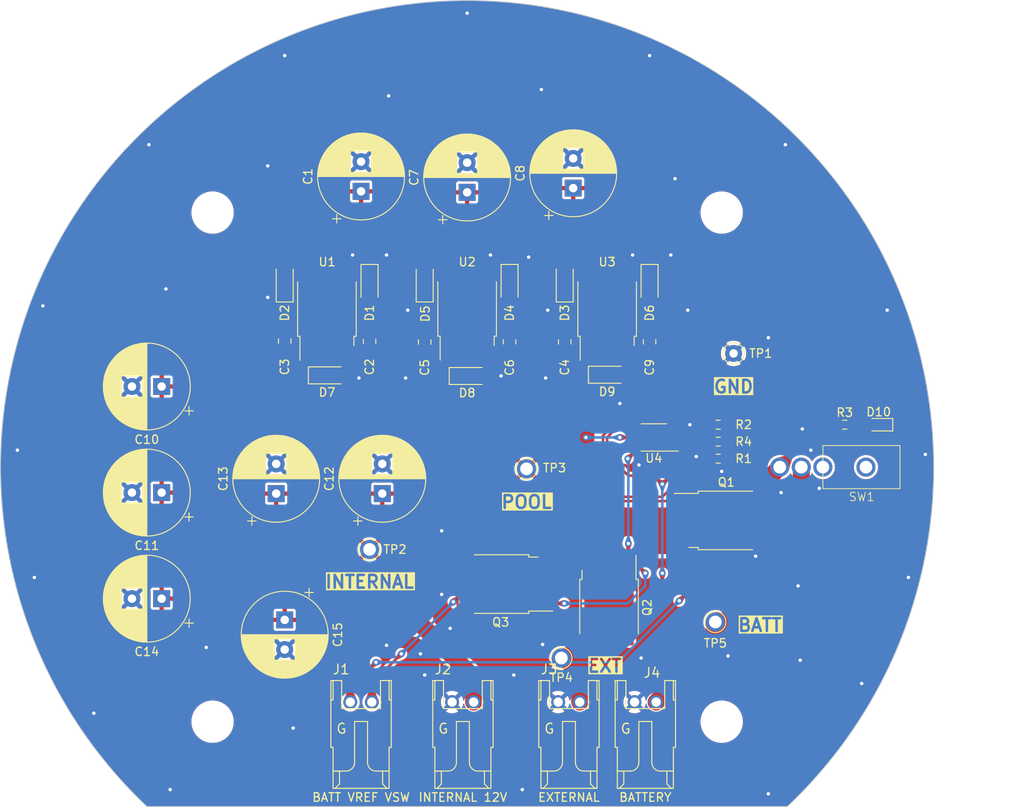
<source format=kicad_pcb>
(kicad_pcb (version 20221018) (generator pcbnew)
  (layers (0 "F.Cu" signal) (31 "B.Cu" signal) (34 "B.Paste" user) (35 "F.Paste" user) (36 "B.SilkS" user "B.Silkscreen") (37 "F.SilkS" user "F.Silkscreen") (38 "B.Mask" user) (39 "F.Mask" user) (44 "Edge.Cuts" user))
  (net 0 "")
  (net 1 "+VSW")
  (net 2 "Net-(D3-A)")
  (net 3 "Net-(D1-A)")
  (net 4 "+12V")
  (net 5 "GND")
  (net 6 "Net-(D5-A)")
  (net 7 "Net-(D4-A)")
  (net 8 "Net-(D8-A)")
  (net 9 "Net-(D7-A)")
  (net 10 "+BATT")
  (net 11 "+VDC")
  (net 13 "Net-(Q1-G)")
  (net 14 "Net-(Q1-S)")
  (net 15 "Net-(Q3-G)")
  (net 16 "Net-(U4-E1)")
  (net 17 "Net-(U4-H1)")
  (net 18 "Net-(J3-Pin_2)")
  (net 19 "Net-(D10-A)")
  (footprint "Package_TO_SOT_SMD:TO-252-2" (layer "F.Cu") (at 162.320492 117.489344 -90)
    (fp_text reference "Q2")
    (fp_text value "TJ8S06M3L")
  )
  (footprint "LED_SMD:LED_0603_1608Metric_Pad1.05x0.95mm_HandSolder" (layer "F.Cu") (at 194.100492 95.949344 180)
    (fp_text reference "D10")
    (fp_text value "RED")
  )
  (footprint "Package_TO_SOT_SMD:TO-252-2" (layer "F.Cu") (at 176.140492 107.229344)
    (fp_text reference "Q1")
    (fp_text value "TJ8S06M3L")
  )
  (footprint "Capacitor_THT:CP_Radial_D10.0mm_P3.50mm" (layer "F.Cu") (at 109.600492 116.449344 180)
    (fp_text reference "C14")
    (fp_text value "C")
  )
  (footprint "Package_TO_SOT_SMD:TO-252-2" (layer "F.Cu") (at 162.100492 82.219344 90)
    (fp_text reference "U3")
    (fp_text value "NJM7812SDL1")
  )
  (footprint "Capacitor_THT:CP_Radial_D10.0mm_P3.50mm" (layer "F.Cu") (at 158.100492 68.067021 90)
    (fp_text reference "C8")
    (fp_text value "C")
  )
  (footprint "Package_TO_SOT_SMD:TO-252-2" (layer "F.Cu") (at 129.075492 82.219344 90)
    (fp_text reference "U1")
    (fp_text value "NJM7812SDL1")
  )
  (footprint "Connector_Pin:Pin_D1.0mm_L10.0mm" (layer "F.Cu") (at 152.600492 101.149344)
    (fp_text reference "TP3")
    (fp_text value "TestPoint")
  )
  (footprint "Connector_Pin:Pin_D1.0mm_L10.0mm" (layer "F.Cu") (at 156.700492 123.449344)
    (fp_text reference "TP4")
    (fp_text value "TestPoint")
  )
  (footprint "Connector_Pin:Pin_D1.0mm_L10.0mm" (layer "F.Cu") (at 174.850492 119.199344)
    (fp_text reference "TP5")
    (fp_text value "TestPoint")
  )
  (footprint "MountingHole:MountingHole_4.5mm" (layer "F.Cu") (at 175.600492 130.949344)
    (fp_text reference "REF**" hide)
    (fp_text value "MountingHole_4.5mm" hide)
  )
  (footprint "Package_TO_SOT_SMD:TO-252-2" (layer "F.Cu") (at 149.560492 114.729344 180)
    (fp_text reference "Q3")
    (fp_text value "TJ8S06M3L")
  )
  (footprint "Resistor_SMD:R_0603_1608Metric_Pad0.98x0.95mm_HandSolder" (layer "F.Cu") (at 190.100492 95.949344)
    (fp_text reference "R3")
    (fp_text value "2kΩ")
  )
  (footprint "Capacitor_THT:CP_Radial_D10.0mm_P3.50mm" (layer "F.Cu") (at 124.100492 118.949344 -90)
    (fp_text reference "C15")
    (fp_text value "C")
  )
  (footprint "Hirose_Connector:Hirose_DF1B" (layer "F.Cu") (at 156.330492 128.639344)
    (fp_text reference "J3")
    (fp_text value "Conn_01x02_Pin")
  )
  (footprint "Capacitor_THT:CP_Radial_D10.0mm_P3.50mm" (layer "F.Cu") (at 145.600492 68.567021 90)
    (fp_text reference "C7")
    (fp_text value "C")
  )
  (footprint "Diode_SMD:D_SOD-123F" (layer "F.Cu") (at 124.100492 79.274344 90)
    (fp_text reference "D2")
    (fp_text value "1N4007")
  )
  (footprint "Capacitor_SMD:C_0805_2012Metric_Pad1.18x1.45mm_HandSolder" (layer "F.Cu") (at 150.600492 86.171844 90)
    (fp_text reference "C6")
    (fp_text value "0.1μF")
  )
  (footprint "Diode_SMD:D_SOD-123F" (layer "F.Cu") (at 140.600492 79.274344 90)
    (fp_text reference "D5")
    (fp_text value "1N4007")
  )
  (footprint "Hirose_Connector:Hirose_DF1B" (layer "F.Cu") (at 165.330492 128.639344)
    (fp_text reference "J4")
    (fp_text value "Conn_01x02_Pin")
  )
  (footprint "Resistor_SMD:R_0603_1608Metric_Pad0.98x0.95mm_HandSolder" (layer "F.Cu") (at 175.187992 97.949344 180)
    (fp_text reference "R4")
    (fp_text value "70kΩ")
  )
  (footprint "Capacitor_THT:CP_Radial_D10.0mm_P3.50mm" (layer "F.Cu") (at 133.100492 68.449344 90)
    (fp_text reference "C1")
    (fp_text value "C")
  )
  (footprint "Hirose_Connector:Hirose_DF1B" (layer "F.Cu") (at 131.830492 128.639344)
    (fp_text reference "J1")
    (fp_text value "Conn_01x02_Pin")
  )
  (footprint "Diode_SMD:D_SOD-123F" (layer "F.Cu") (at 150.600492 79.274344 -90)
    (fp_text reference "D4")
    (fp_text value "1N4007")
  )
  (footprint "Diode_SMD:D_SOD-123F" (layer "F.Cu") (at 157.100492 79.274344 90)
    (fp_text reference "D3")
    (fp_text value "1N4007")
  )
  (footprint "Hirose_Connector:Hirose_DF1B" (layer "F.Cu") (at 143.830492 128.639344)
    (fp_text reference "J2")
    (fp_text value "Conn_01x02_Pin")
  )
  (footprint "Diode_SMD:D_SOD-123F" (layer "F.Cu") (at 134.100492 79.274344 -90)
    (fp_text reference "D1")
    (fp_text value "1N4007")
  )
  (footprint "Capacitor_THT:CP_Radial_D10.0mm_P3.50mm" (layer "F.Cu") (at 109.600492 103.949344 180)
    (fp_text reference "C11")
    (fp_text value "C")
  )
  (footprint "Capacitor_SMD:C_0805_2012Metric_Pad1.18x1.45mm_HandSolder" (layer "F.Cu") (at 167.100492 86.181844 90)
    (fp_text reference "C9")
    (fp_text value "0.1μF")
  )
  (footprint "Diode_SMD:D_SOD-123F" (layer "F.Cu") (at 167.100492 79.274344 -90)
    (fp_text reference "D6")
    (fp_text value "1N4007")
  )
  (footprint "Connector_Pin:Pin_D1.0mm_L10.0mm" (layer "F.Cu") (at 134.100492 110.649344)
    (fp_text reference "TP2")
    (fp_text value "TestPoint")
  )
  (footprint "Capacitor_THT:CP_Radial_D10.0mm_P3.50mm" (layer "F.Cu") (at 123.100492 104.067021 90)
    (fp_text reference "C13")
    (fp_text value "C")
  )
  (footprint "2MS1T1B4M7QES:2MS1T1B4M7QES" (layer "F.Cu") (at 187.520492 100.949344 90)
    (fp_text reference "SW1")
    (fp_text value "SW_SPDT")
  )
  (footprint "Connector_Pin:Pin_D1.0mm_L10.0mm" (layer "F.Cu") (at 177.000492 87.549344)
    (fp_text reference "TP1")
    (fp_text value "TestPoint")
  )
  (footprint "Capacitor_SMD:C_0805_2012Metric_Pad1.18x1.45mm_HandSolder" (layer "F.Cu") (at 124.100492 86.096844 90)
    (fp_text reference "C3")
    (fp_text value "0.33μF")
  )
  (footprint "MountingHole:MountingHole_4.5mm" (layer "F.Cu") (at 115.600492 130.949344)
    (fp_text reference "REF**" hide)
    (fp_text value "MountingHole_4.5mm" hide)
  )
  (footprint "Capacitor_SMD:C_0805_2012Metric_Pad1.18x1.45mm_HandSolder" (layer "F.Cu") (at 134.100492 86.134344 90)
    (fp_text reference "C2")
    (fp_text value "0.1μF")
  )
  (footprint "Capacitor_SMD:C_0805_2012Metric_Pad1.18x1.45mm_HandSolder" (layer "F.Cu") (at 140.600492 86.209344 90)
    (fp_text reference "C5")
    (fp_text value "0.33μF")
  )
  (footprint "Diode_SMD:D_SOD-123F" (layer "F.Cu") (at 129.100492 90.134344)
    (fp_text reference "D7")
    (fp_text value "1N4007")
  )
  (footprint "Capacitor_SMD:C_0805_2012Metric_Pad1.18x1.45mm_HandSolder" (layer "F.Cu") (at 157.100492 86.181844 90)
    (fp_text reference "C4")
    (fp_text value "0.33μF")
  )
  (footprint "Package_TO_SOT_SMD:TO-252-2" (layer "F.Cu") (at 145.600492 82.209344 90)
    (fp_text reference "U2")
    (fp_text value "NJM7812SDL1")
  )
  (footprint "MountingHole:MountingHole_4.5mm" (layer "F.Cu") (at 115.600492 70.949344)
    (fp_text reference "REF**" hide)
    (fp_text value "MountingHole_4.5mm" hide)
  )
  (footprint "Diode_SMD:D_SOD-123F" (layer "F.Cu") (at 145.700492 90.209344)
    (fp_text reference "D8")
    (fp_text value "1N4007")
  )
  (footprint "Capacitor_THT:CP_Radial_D10.0mm_P3.50mm" (layer "F.Cu") (at 135.600492 104.067021 90)
    (fp_text reference "C12")
    (fp_text value "C")
  )
  (footprint "Resistor_SMD:R_0603_1608Metric_Pad0.98x0.95mm_HandSolder" (layer "F.Cu") (at 175.187992 99.949344 180)
    (fp_text reference "R1")
    (fp_text value "120kΩ")
  )
  (footprint "Diode_SMD:D_SOD-123F" (layer "F.Cu") (at 162.100492 90.059344)
    (fp_text reference "D9")
    (fp_text value "1N4007")
  )
  (footprint "Package_SO:MSOP-10-1EP_3x3mm_P0.5mm_EP1.73x1.98mm" (layer "F.Cu") (at 167.600492 97.449344 180)
    (fp_text reference "U4")
    (fp_text value "LTC4416EMS#PBF")
  )
  (footprint "Resistor_SMD:R_0603_1608Metric_Pad0.98x0.95mm_HandSolder" (layer "F.Cu") (at 175.187992 95.949344)
    (fp_text reference "R2")
    (fp_text value "10kΩ")
  )
  (footprint "MountingHole:MountingHole_4.5mm" (layer "F.Cu") (at 175.600492 70.949344)
    (fp_text reference "REF**" hide)
    (fp_text value "MountingHole_4.5mm" hide)
  )
  (footprint "Capacitor_THT:CP_Radial_D10.0mm_P3.50mm" (layer "F.Cu") (at 109.600492 91.449344 180)
    (fp_text reference "C10")
    (fp_text value "C")
  )
  (gr_arc (start 107.850492 140.949344) (mid 145.600492 45.948776) (end 183.350492 140.949344) (stroke (width 0.1)) (layer "Edge.Cuts"))
  (gr_line (start 183.350492 140.949344) (end 107.850492 140.949344) (stroke (width 0.1)) (layer "Edge.Cuts"))
  (gr_text "INTERNAL" (at 134.100492 115.349344) (layer "F.SilkS" knockout) (effects (font (size 1.5 1.5) (thickness 0.3) bold) (justify bottom)))
  (gr_text "EXTERNAL" (at 157.600492 140.449344) (layer "F.SilkS") (effects (font (size 1 1) (thickness 0.153)) (justify bottom)))
  (gr_text "BATTERY" (at 166.600492 140.449344) (layer "F.SilkS") (effects (font (size 1 1) (thickness 0.153)) (justify bottom)))
  (gr_text "EXT" (at 161.800492 125.249344) (layer "F.SilkS" knockout) (effects (font (size 1.5 1.5) (thickness 0.3) bold) (justify bottom)))
  (gr_text "BATT" (at 180.100492 120.449344) (layer "F.SilkS" knockout) (effects (font (size 1.5 1.5) (thickness 0.3) bold) (justify bottom)))
  (gr_text "INTERNAL 12V" (at 145.100492 140.449344) (layer "F.SilkS") (effects (font (size 1 1) (thickness 0.153)) (justify bottom)))
  (gr_text "BATT VREF VSW" (at 133.100492 140.449344) (layer "F.SilkS") (effects (font (size 1 1) (thickness 0.153)) (justify bottom)))
  (gr_text "GND" (at 177.000492 92.349344) (layer "F.SilkS" knockout) (effects (font (size 1.5 1.5) (thickness 0.3) bold) (justify bottom)))
  (gr_text "POOL" (at 152.600492 105.949344) (layer "F.SilkS" knockout) (effects (font (size 1.5 1.5) (thickness 0.3) bold) (justify bottom)))
  (segment (start 165.437992 97.449344) (end 163.600492 97.449344) (width 0.3) (layer "F.Cu") (net 1))
  (segment (start 144.545492 116.254344) (end 146.625492 116.254344) (width 0.3) (layer "F.Cu") (net 1))
  (segment (start 143.975492 116.824344) (end 144.545492 116.254344) (width 0.3) (layer "F.Cu") (net 1))
  (segment (start 134.370492 126.429344) (end 134.370492 128.639344) (width 0.3) (layer "F.Cu") (net 1))
  (segment (start 137.850492 122.949344) (end 134.370492 126.429344) (width 0.3) (layer "F.Cu") (net 1))
  (via (at 143.975492 116.824344) (size 0.8) (drill 0.4) (layers "F.Cu" "B.Cu") (net 1))
  (via (at 163.600492 97.449344) (size 0.8) (drill 0.4) (layers "F.Cu" "B.Cu") (net 1))
  (via (at 137.850492 122.949344) (size 0.8) (drill 0.4) (layers "F.Cu" "B.Cu") (net 1))
  (via (at 159.600492 97.449344) (size 0.8) (drill 0.4) (layers "F.Cu" "B.Cu") (net 1))
  (segment (start 143.975492 116.824344) (end 137.850492 122.949344) (width 0.3) (layer "B.Cu") (net 1))
  (segment (start 163.600492 97.449344) (end 159.600492 97.449344) (width 0.3) (layer "B.Cu") (net 1))
  (segment (start 167.100492 85.144344) (end 166.135492 85.144344) (width 1) (layer "F.Cu") (net 2))
  (segment (start 158.065492 85.144344) (end 160.575492 82.634344) (width 1) (layer "F.Cu") (net 2))
  (segment (start 157.100492 77.874344) (end 159.165492 77.874344) (width 1) (layer "F.Cu") (net 2))
  (segment (start 157.100492 85.144344) (end 158.065492 85.144344) (width 1) (layer "F.Cu") (net 2))
  (segment (start 166.135492 85.144344) (end 163.625492 82.634344) (width 1) (layer "F.Cu") (net 2))
  (segment (start 159.165492 77.874344) (end 160.575492 79.284344) (width 1) (layer "F.Cu") (net 2))
  (segment (start 167.100492 87.219344) (end 168.155492 87.219344) (width 2) (layer "F.Cu") (net 3))
  (segment (start 169.600492 82.274344) (end 168.000492 80.674344) (width 2) (layer "F.Cu") (net 3))
  (segment (start 169.600492 85.774344) (end 169.600492 82.274344) (width 2) (layer "F.Cu") (net 3))
  (segment (start 164.380492 89.179344) (end 163.500492 90.059344) (width 2) (layer "F.Cu") (net 3))
  (segment (start 167.100492 87.219344) (end 164.420492 87.219344) (width 2) (layer "F.Cu") (net 3))
  (segment (start 164.420492 87.219344) (end 164.380492 87.259344) (width 2) (layer "F.Cu") (net 3))
  (segment (start 168.000492 80.674344) (end 167.100492 80.674344) (width 2) (layer "F.Cu") (net 3))
  (segment (start 164.380492 87.259344) (end 164.380492 89.179344) (width 2) (layer "F.Cu") (net 3))
  (segment (start 168.155492 87.219344) (end 169.600492 85.774344) (width 2) (layer "F.Cu") (net 3))
  (segment (start 146.370492 125.719344) (end 140.100492 119.449344) (width 2) (layer "F.Cu") (net 4))
  (segment (start 167.100492 77.874344) (end 167.100492 73.949344) (width 2) (layer "F.Cu") (net 4))
  (segment (start 150.600492 77.874344) (end 150.600492 73.949344) (width 2) (layer "F.Cu") (net 4))
  (segment (start 146.370492 128.639344) (end 146.370492 125.719344) (width 2) (layer "F.Cu") (net 4))
  (segment (start 134.100492 77.874344) (end 134.100492 73.949344) (width 2) (layer "F.Cu") (net 4))
  (via (at 192.100492 126.449344) (size 0.8) (drill 0.4) (layers "F.Cu" "B.Cu") (net 5))
  (via (at 125.100492 131.699344) (size 0.8) (drill 0.4) (layers "F.Cu" "B.Cu") (net 5))
  (via (at 166.100492 123.449344) (size 0.8) (drill 0.4) (layers "F.Cu" "B.Cu") (net 5))
  (via (at 114.850492 122.199344) (size 0.8) (drill 0.4) (layers "F.Cu" "B.Cu") (net 5))
  (via (at 171.850492 95.949344) (size 0.8) (drill 0.4) (layers "F.Cu" "B.Cu") (net 5))
  (via (at 95.600492 81.949344) (size 0.8) (drill 0.4) (layers "F.Cu" "B.Cu") (net 5))
  (via (at 142.600492 108.449344) (size 0.8) (drill 0.4) (layers "F.Cu" "B.Cu") (net 5))
  (via (at 92.600492 98.949344) (size 0.8) (drill 0.4) (layers "F.Cu" "B.Cu") (net 5))
  (via (at 154.850492 90.449344) (size 0.8) (drill 0.4) (layers "F.Cu" "B.Cu") (net 5))
  (via (at 138.350492 90.449344) (size 0.8) (drill 0.4) (layers "F.Cu" "B.Cu") (net 5))
  (via (at 132.850492 90.449344) (size 0.8) (drill 0.4) (layers "F.Cu" "B.Cu") (net 5))
  (via (at 182.600492 103.949344) (size 0.8) (drill 0.4) (layers "F.Cu" "B.Cu") (net 5))
  (via (at 176.350492 123.199344) (size 0.8) (drill 0.4) (layers "F.Cu" "B.Cu") (net 5))
  (via (at 136.100492 75.949344) (size 0.8) (drill 0.4) (layers "F.Cu" "B.Cu") (net 5))
  (via (at 187.100492 103.449344) (size 0.8) (drill 0.4) (layers "F.Cu" "B.Cu") (net 5))
  (via (at 149.600492 90.199344) (size 0.8) (drill 0.4) (layers "F.Cu" "B.Cu") (net 5))
  (via (at 108.100492 62.949344) (size 0.8) (drill 0.4) (layers "F.Cu" "B.Cu") (net 5))
  (via (at 165.100492 75.949344) (size 0.8) (drill 0.4) (layers "F.Cu" "B.Cu") (net 5))
  (via (at 154.350492 56.449344) (size 0.8) (drill 0.4) (layers "F.Cu" "B.Cu") (net 5))
  (via (at 186.100492 98.949344) (size 0.8) (drill 0.4) (layers "F.Cu" "B.Cu") (net 5))
  (via (at 165.850492 100.699344) (size 0.8) (drill 0.4) (layers "F.Cu" "B.Cu") (net 5))
  (via (at 145.600492 47.449344) (size 0.8) (drill 0.4) (layers "F.Cu" "B.Cu") (net 5))
  (via (at 110.600492 138.949344) (size 0.8) (drill 0.4) (layers "F.Cu" "B.Cu") (net 5))
  (via (at 122.100492 65.449344) (size 0.8) (drill 0.4) (layers "F.Cu" "B.Cu") (net 5))
  (via (at 170.100492 66.949344) (size 0.8) (drill 0.4) (layers "F.Cu" "B.Cu") (net 5))
  (via (at 171.600492 82.449344) (size 0.8) (drill 0.4) (layers "F.Cu" "B.Cu") (net 5))
  (via (at 152.100492 138.949344) (size 0.8) (drill 0.4) (layers "F.Cu" "B.Cu") (net 5))
  (via (at 143.600492 119.949344) (size 0.8) (drill 0.4) (layers "F.Cu" "B.Cu") (net 5))
  (via (at 167.100492 52.449344) (size 0.8) (drill 0.4) (layers "F.Cu" "B.Cu") (net 5))
  (via (at 183.100492 62.949344) (size 0.8) (drill 0.4) (layers "F.Cu" "B.Cu") (net 5))
  (via (at 179.600492 111.449344) (size 0.8) (drill 0.4) (layers "F.Cu" "B.Cu") (net 5))
  (via (at 184.850492 123.699344) (size 0.8) (drill 0.4) (layers "F.Cu" "B.Cu") (net 5))
  (via (at 181.100492 139.449344) (size 0.8) (drill 0.4) (layers "F.Cu" "B.Cu") (net 5))
  (via (at 152.850492 76.199344) (size 0.8) (drill 0.4) (layers "F.Cu" "B.Cu") (net 5))
  (via (at 122.100492 80.949344) (size 0.8) (drill 0.4) (layers "F.Cu" "B.Cu") (net 5))
  (via (at 136.350492 57.199344) (size 0.8) (drill 0.4) (layers "F.Cu" "B.Cu") (net 5))
  (via (at 199.600492 99.449344) (size 0.8) (drill 0.4) (layers "F.Cu" "B.Cu") (net 5))
  (via (at 136.100492 121.949344) (size 0.8) (drill 0.4) (layers "F.Cu" "B.Cu") (net 5))
  (via (at 138.600492 82.449344) (size 0.8) (drill 0.4) (layers "F.Cu" "B.Cu") (net 5))
  (via (at 154.500492 121.849344) (size 0.8) (drill 0.4) (layers "F.Cu" "B.Cu") (net 5))
  (via (at 172.600492 99.699344) (size 0.8) (drill 0.4) (layers "F.Cu" "B.Cu") (net 5))
  (via (at 197.600492 113.949344) (size 0.8) (drill 0.4) (layers "F.Cu" "B.Cu") (net 5))
  (via (at 140.600492 125.449344) (size 0.8) (drill 0.4) (layers "F.Cu" "B.Cu") (net 5))
  (via (at 132.100492 75.949344) (size 0.8) (drill 0.4) (layers "F.Cu" "B.Cu") (net 5))
  (via (at 163.600492 93.449344) (size 0.8) (drill 0.4) (layers "F.Cu" "B.Cu") (net 5))
  (via (at 181.100492 85.699344) (size 0.8) (drill 0.4) (layers "F.Cu" "B.Cu") (net 5))
  (via (at 175.600492 101.449344) (size 0.8) (drill 0.4) (layers "F.Cu" "B.Cu") (net 5))
  (via (at 94.600492 113.949344) (size 0.8) (drill 0.4) (layers "F.Cu" "B.Cu") (net 5))
  (via (at 101.600492 129.949344) (size 0.8) (drill 0.4) (layers "F.Cu" "B.Cu") (net 5))
  (via (at 195.100492 82.449344) (size 0.8) (drill 0.4) (layers "F.Cu" "B.Cu") (net 5))
  (via (at 140.100492 122.949344) (size 0.8) (drill 0.4) (layers "F.Cu" "B.Cu") (net 5))
  (via (at 184.600492 114.949344) (size 0.8) (drill 0.4) (layers "F.Cu" "B.Cu") (net 5))
  (via (at 124.100492 52.449344) (size 0.8) (drill 0.4) (layers "F.Cu" "B.Cu") (net 5))
  (via (at 142.600492 115.949344) (size 0.8) (drill 0.4) (layers "F.Cu" "B.Cu") (net 5))
  (via (at 155.100492 82.449344) (size 0.8) (drill 0.4) (layers "F.Cu" "B.Cu") (net 5))
  (via (at 110.100492 79.949344) (size 0.8) (drill 0.4) (layers "F.Cu" "B.Cu") (net 5))
  (via (at 148.350492 75.949344) (size 0.8) (drill 0.4) (layers "F.Cu" "B.Cu") (net 5))
  (via (at 169.600492 75.949344) (size 0.8) (drill 0.4) (layers "F.Cu" "B.Cu") (net 5))
  (via (at 151.100492 125.449344) (size 0.8) (drill 0.4) (layers "F.Cu" "B.Cu") (net 5))
  (via (at 185.100492 96.449344) (size 0.8) (drill 0.4) (layers "F.Cu" "B.Cu") (net 5))
  (segment (start 140.600492 77.874344) (end 142.675492 77.874344) (width 1) (layer "F.Cu") (net 6))
  (segment (start 150.600492 85.134344) (end 149.635492 85.134344) (width 1) (layer "F.Cu") (net 6))
  (segment (start 142.675492 77.874344) (end 144.075492 79.274344) (width 1) (layer "F.Cu") (net 6))
  (segment (start 149.635492 85.134344) (end 147.125492 82.624344) (width 1) (layer "F.Cu") (net 6))
  (segment (start 140.600492 85.171844) (end 141.527992 85.171844) (width 1) (layer "F.Cu") (net 6))
  (segment (start 141.527992 85.171844) (end 144.075492 82.624344) (width 1) (layer "F.Cu") (net 6))
  (segment (start 151.665492 87.209344) (end 153.100492 85.774344) (width 2) (layer "F.Cu") (net 7))
  (segment (start 151.500492 80.674344) (end 150.600492 80.674344) (width 2) (layer "F.Cu") (net 7))
  (segment (start 153.100492 85.774344) (end 153.100492 82.274344) (width 2) (layer "F.Cu") (net 7))
  (segment (start 150.600492 87.209344) (end 151.665492 87.209344) (width 2) (layer "F.Cu") (net 7))
  (segment (start 147.880492 89.429344) (end 147.100492 90.209344) (width 2) (layer "F.Cu") (net 7))
  (segment (start 150.600492 87.209344) (end 147.920492 87.209344) (width 2) (layer "F.Cu") (net 7))
  (segment (start 147.880492 87.249344) (end 147.880492 89.429344) (width 2) (layer "F.Cu") (net 7))
  (segment (start 153.100492 82.274344) (end 151.500492 80.674344) (width 2) (layer "F.Cu") (net 7))
  (segment (start 147.920492 87.209344) (end 147.880492 87.249344) (width 2) (layer "F.Cu") (net 7))
  (segment (start 124.100492 85.059344) (end 125.125492 85.059344) (width 1) (layer "F.Cu") (net 8))
  (segment (start 125.125492 85.059344) (end 127.550492 82.634344) (width 1) (layer "F.Cu") (net 8))
  (segment (start 124.100492 77.874344) (end 126.140492 77.874344) (width 1) (layer "F.Cu") (net 8))
  (segment (start 133.062992 85.096844) (end 130.600492 82.634344) (width 1) (layer "F.Cu") (net 8))
  (segment (start 126.140492 77.874344) (end 127.550492 79.284344) (width 1) (layer "F.Cu") (net 8))
  (segment (start 134.100492 85.096844) (end 133.062992 85.096844) (width 1) (layer "F.Cu") (net 8))
  (segment (start 131.355492 87.259344) (end 134.012992 87.259344) (width 2) (layer "F.Cu") (net 9))
  (segment (start 136.600492 85.774344) (end 136.600492 82.274344) (width 2) (layer "F.Cu") (net 9))
  (segment (start 131.355492 89.279344) (end 130.500492 90.134344) (width 2) (layer "F.Cu") (net 9))
  (segment (start 134.012992 87.259344) (end 134.100492 87.171844) (width 2) (layer "F.Cu") (net 9))
  (segment (start 134.100492 87.171844) (end 135.202992 87.171844) (width 2) (layer "F.Cu") (net 9))
  (segment (start 135.202992 87.171844) (end 136.600492 85.774344) (width 2) (layer "F.Cu") (net 9))
  (segment (start 131.355492 87.259344) (end 131.355492 89.279344) (width 2) (layer "F.Cu") (net 9))
  (segment (start 136.600492 82.274344) (end 135.000492 80.674344) (width 2) (layer "F.Cu") (net 9))
  (segment (start 135.000492 80.674344) (end 134.100492 80.674344) (width 2) (layer "F.Cu") (net 9))
  (segment (start 131.830492 126.969344) (end 134.850492 123.949344) (width 0.3) (layer "F.Cu") (net 10))
  (segment (start 177.400492 105.989344) (end 180.020492 103.369344) (width 2) (layer "F.Cu") (net 10))
  (segment (start 170.100492 102.949344) (end 179.600492 102.949344) (width 0.3) (layer "F.Cu") (net 10))
  (segment (start 168.600492 104.449344) (end 170.100492 102.949344) (width 0.3) (layer "F.Cu") (net 10))
  (segment (start 163.100492 96.449344) (end 162.100492 97.449344) (width 0.3) (layer "F.Cu") (net 10))
  (segment (start 162.807598 104.449344) (end 168.600492 104.449344) (width 0.3) (layer "F.Cu") (net 10))
  (segment (start 170.600492 116.699344) (end 175.725492 111.574344) (width 0.3) (layer "F.Cu") (net 10))
  (segment (start 175.725492 111.574344) (end 175.725492 108.754344) (width 0.3) (layer "F.Cu") (net 10))
  (segment (start 131.830492 128.639344) (end 131.830492 126.969344) (width 0.3) (layer "F.Cu") (net 10))
  (segment (start 162.100492 103.742238) (end 162.807598 104.449344) (width 0.3) (layer "F.Cu") (net 10))
  (segment (start 187.440492 95.949344) (end 189.187992 95.949344) (width 0.3) (layer "F.Cu") (net 10))
  (segment (start 163.893386 96.449344) (end 163.100492 96.449344) (width 0.3) (layer "F.Cu") (net 10))
  (segment (start 182.440492 100.949344) (end 187.440492 95.949344) (width 0.3) (layer "F.Cu") (net 10))
  (segment (start 179.600492 102.949344) (end 180.020492 103.369344) (width 0.3) (layer "F.Cu") (net 10))
  (segment (start 162.100492 97.449344) (end 162.100492 103.742238) (width 0.3) (layer "F.Cu") (net 10))
  (segment (start 164.393386 96.949344) (end 163.893386 96.449344) (width 0.3) (layer "F.Cu") (net 10))
  (segment (start 165.437992 96.949344) (end 164.393386 96.949344) (width 0.3) (layer "F.Cu") (net 10))
  (segment (start 180.020492 103.369344) (end 182.440492 100.949344) (width 2) (layer "F.Cu") (net 10))
  (via (at 134.850492 123.949344) (size 0.8) (drill 0.4) (layers "F.Cu" "B.Cu") (net 10))
  (via (at 170.600492 116.699344) (size 0.8) (drill 0.4) (layers "F.Cu" "B.Cu") (net 10))
  (segment (start 163.350492 123.949344) (end 170.600492 116.699344) (width 0.3) (layer "B.Cu") (net 10))
  (segment (start 134.850492 123.949344) (end 163.350492 123.949344) (width 0.3) (layer "B.Cu") (net 10))
  (segment (start 169.600492 101.949344) (end 173.100492 101.949344) (width 0.3) (layer "F.Cu") (net 11))
  (segment (start 168.600492 102.949344) (end 167.600492 101.949344) (width 0.3) (layer "F.Cu") (net 11))
  (segment (start 163.600492 98.948303) (end 164.599451 97.949344) (width 0.3) (layer "F.Cu") (net 11))
  (segment (start 164.599451 97.949344) (end 165.437992 97.949344) (width 0.3) (layer "F.Cu") (net 11))
  (segment (start 168.600492 102.949344) (end 169.600492 101.949344) (width 0.3) (layer "F.Cu") (net 11))
  (segment (start 163.600492 100.949344) (end 163.600492 98.948303) (width 0.3) (layer "F.Cu") (net 11))
  (segment (start 158.870492 122.199344) (end 162.320492 118.749344) (width 2) (layer "F.Cu") (net 11))
  (segment (start 166.800492 118.749344) (end 162.320492 118.749344) (width 0.3) (layer "F.Cu") (net 11))
  (segment (start 164.600492 101.949344) (end 163.600492 100.949344) (width 0.3) (layer "F.Cu") (net 11))
  (segment (start 174.275492 99.949344) (end 174.275492 100.774344) (width 0.3) (layer "F.Cu") (net 11))
  (segment (start 167.600492 101.949344) (end 164.600492 101.949344) (width 0.3) (layer "F.Cu") (net 11))
  (segment (start 168.600492 113.449344) (end 168.600492 116.949344) (width 0.3) (layer "F.Cu") (net 11))
  (segment (start 174.275492 100.774344) (end 173.100492 101.949344) (width 0.3) (layer "F.Cu") (net 11))
  (segment (start 168.600492 116.949344) (end 166.800492 118.749344) (width 0.3) (layer "F.Cu") (net 11))
  (segment (start 158.870492 128.639344) (end 158.870492 122.199344) (width 2) (layer "F.Cu") (net 11))
  (via (at 168.600492 102.949344) (size 0.8) (drill 0.4) (layers "F.Cu" "B.Cu") (net 11))
  (via (at 168.600492 113.449344) (size 0.8) (drill 0.4) (layers "F.Cu" "B.Cu") (net 11))
  (segment (start 168.600492 113.449344) (end 168.600492 102.949344) (width 0.3) (layer "B.Cu") (net 11))
  (segment (start 165.437992 99.036844) (end 165.437992 98.449344) (width 0.3) (layer "F.Cu") (net 13))
  (segment (start 165.600492 112.449344) (end 166.600492 113.449344) (width 0.3) (layer "F.Cu") (net 13))
  (segment (start 164.600492 112.449344) (end 165.600492 112.449344) (width 0.3) (layer "F.Cu") (net 13))
  (segment (start 164.600492 109.949344) (end 164.600492 112.449344) (width 0.3) (layer "F.Cu") (net 13))
  (segment (start 164.530492 99.944344) (end 165.437992 99.036844) (width 0.3) (layer "F.Cu") (net 13))
  (segment (start 157.040492 117.009344) (end 154.600492 117.009344) (width 0.3) (layer "F.Cu") (net 13))
  (via (at 164.600492 109.949344) (size 0.8) (drill 0.4) (layers "F.Cu" "B.Cu") (net 13))
  (via (at 164.530492 99.944344) (size 0.8) (drill 0.4) (layers "F.Cu" "B.Cu") (net 13))
  (via (at 166.600492 113.449344) (size 0.8) (drill 0.4) (layers "F.Cu" "B.Cu") (net 13))
  (via (at 157.040492 117.009344) (size 0.8) (drill 0.4) (layers "F.Cu" "B.Cu") (net 13))
  (segment (start 164.600492 109.949344) (end 164.600492 100.014344) (width 0.3) (layer "B.Cu") (net 13))
  (segment (start 164.540492 117.009344) (end 166.600492 114.949344) (width 0.3) (layer "B.Cu") (net 13))
  (segment (start 166.600492 114.949344) (end 166.600492 113.449344) (width 0.3) (layer "B.Cu") (net 13))
  (segment (start 157.040492 117.009344) (end 164.540492 117.009344) (width 0.3) (layer "B.Cu") (net 13))
  (segment (start 164.600492 100.014344) (end 164.530492 99.944344) (width 0.3) (layer "B.Cu") (net 13))
  (segment (start 160.040492 112.449344) (end 154.600492 112.449344) (width 2) (layer "F.Cu") (net 14))
  (segment (start 161.600492 103.949344) (end 162.600492 104.949344) (width 0.3) (layer "F.Cu") (net 15))
  (segment (start 161.600492 97.242238) (end 161.600492 103.949344) (width 0.3) (layer "F.Cu") (net 15))
  (segment (start 164.600492 96.449344) (end 164.100492 95.949344) (width 0.3) (layer "F.Cu") (net 15))
  (segment (start 162.600492 104.949344) (end 171.100492 104.949344) (width 0.3) (layer "F.Cu") (net 15))
  (segment (start 164.100492 95.949344) (end 162.893386 95.949344) (width 0.3) (layer "F.Cu") (net 15))
  (segment (start 162.893386 95.949344) (end 161.600492 97.242238) (width 0.3) (layer "F.Cu") (net 15))
  (segment (start 165.437992 96.449344) (end 164.600492 96.449344) (width 0.3) (layer "F.Cu") (net 15))
  (segment (start 176.100492 95.949344) (end 176.100492 95.361844) (width 0.3) (layer "F.Cu") (net 16))
  (segment (start 173.100492 95.449344) (end 173.100492 96.949344) (width 0.3) (layer "F.Cu") (net 16))
  (segment (start 176.100492 95.949344) (end 176.100492 97.949344) (width 0.3) (layer "F.Cu") (net 16))
  (segment (start 172.100492 97.949344) (end 169.762992 97.949344) (width 0.3) (layer "F.Cu") (net 16))
  (segment (start 173.600492 94.949344) (end 173.100492 95.449344) (width 0.3) (layer "F.Cu") (net 16))
  (segment (start 175.687992 94.949344) (end 173.600492 94.949344) (width 0.3) (layer "F.Cu") (net 16))
  (segment (start 176.100492 97.949344) (end 176.100492 99.949344) (width 0.3) (layer "F.Cu") (net 16))
  (segment (start 176.100492 95.361844) (end 175.687992 94.949344) (width 0.3) (layer "F.Cu") (net 16))
  (segment (start 173.100492 96.949344) (end 172.100492 97.949344) (width 0.3) (layer "F.Cu") (net 16))
  (segment (start 174.275492 97.949344) (end 173.775492 98.449344) (width 0.3) (layer "F.Cu") (net 17))
  (segment (start 173.775492 98.449344) (end 169.762992 98.449344) (width 0.3) (layer "F.Cu") (net 17))
  (segment (start 184.980492 111.529344) (end 184.980492 100.949344) (width 2) (layer "F.Cu") (net 18))
  (segment (start 167.870492 128.639344) (end 172.080492 124.429344) (width 2) (layer "F.Cu") (net 18))
  (segment (start 172.100492 124.409344) (end 172.080492 124.429344) (width 2) (layer "F.Cu") (net 18))
  (segment (start 172.080492 124.429344) (end 184.980492 111.529344) (width 2) (layer "F.Cu") (net 18))
  (segment (start 191.012992 95.949344) (end 193.225492 95.949344) (width 0.3) (layer "F.Cu") (net 19))
  (zone (net 18) (net_name "Net-(J3-Pin_2)") (layer "F.Cu") (priority 3) (connect_pads yes (clearance 0.3)) (min_thickness 0.127) (fill yes (thermal_gap 0.5) (thermal_bridge_width 0.5))
    (polygon (pts (xy 174.000492 118.449344) (xy 173.716246 119.198142) (xy 173.700492 121.749344) (xy 177.400492 118.049344) (xy 174.800492 118.049344)))
  )
  (zone (net 4) (net_name "+12V") (layer "F.Cu") (priority 2) (connect_pads (clearance 0.5)) (min_thickness 0.25) (fill yes (thermal_gap 0.5) (thermal_bridge_width 0.5))
    (polygon (pts (xy 108.100492 119.449344) (xy 109.100492 120.449344) (xy 140.100492 120.449344) (xy 141.100492 119.449344) (xy 141.100492 103.449344) (xy 140.100492 102.449344) (xy 122.100492 102.449344) (xy 121.100492 101.449344) (xy 121.100492 77.449344) (xy 123.600492 74.949344) (xy 168.100492 74.949344) (xy 169.100492 73.949344) (xy 169.100492 67.949344) (xy 168.100492 66.949344) (xy 123.100492 66.949344) (xy 108.100492 84.949344)))
  )
  (zone (net 11) (net_name "+VDC") (layer "F.Cu") (priority 4) (connect_pads yes (clearance 0.3)) (min_thickness 0.127) (fill yes (thermal_gap 0.5) (thermal_bridge_width 0.5))
    (polygon (pts (xy 155.500492 123.449344) (xy 156.700492 124.549344) (xy 158.000492 125.849344) (xy 158.000492 121.849344) (xy 156.700492 122.349344)))
  )
  (zone (net 0) (net_name "") (layer "F.Cu") (connect_pads (clearance 0)) (min_thickness 0.127)
    (keepout (tracks allowed) (vias allowed) (pads allowed) (copperpour not_allowed) (footprints allowed))
    (fill (thermal_gap 0.5) (thermal_bridge_width 0.5))
    (polygon (pts (xy 131.850492 77.699344) (xy 135.350492 77.699344) (xy 135.350492 79.699344) (xy 131.850492 79.699344)))
  )
  (zone (net 1) (net_name "+VSW") (layer "F.Cu") (priority 1) (connect_pads (clearance 0.5)) (min_thickness 0.25) (fill yes (thermal_gap 0.5) (thermal_bridge_width 0.5))
    (polygon (pts (xy 122.850492 85.949344) (xy 129.100492 85.949344) (xy 129.100492 91.449344) (xy 139.350492 91.449344) (xy 139.350492 86.199344) (xy 145.600492 86.199344) (xy 145.600492 91.449344) (xy 155.850492 91.449344) (xy 155.850492 86.199344) (xy 162.100492 86.199344) (xy 162.100492 95.449344) (xy 160.600492 96.699344) (xy 160.600492 103.949344) (xy 162.600492 105.699344) (xy 169.350492 105.699344) (xy 172.600492 108.949344) (xy 172.600492 111.199344) (xy 166.850492 111.199344) (xy 165.358713 109.199344) (xy 154.100492 109.199344) (xy 152.350492 110.949344) (xy 152.350492 118.699344) (xy 144.350492 118.699344) (xy 144.350492 102.199344) (xy 137.850492 96.199344) (xy 124.100492 96.199344) (xy 122.850492 94.699344)))
  )
  (zone (net 0) (net_name "") (layer "F.Cu") (connect_pads (clearance 0)) (min_thickness 0.127)
    (keepout (tracks allowed) (vias allowed) (pads allowed) (copperpour not_allowed) (footprints allowed))
    (fill (thermal_gap 0.5) (thermal_bridge_width 0.5))
    (polygon (pts (xy 164.600492 77.699344) (xy 168.100492 77.699344) (xy 168.100492 79.699344) (xy 164.600492 79.699344)))
  )
  (zone (net 0) (net_name "") (layer "F.Cu") (connect_pads (clearance 0)) (min_thickness 0.127)
    (keepout (tracks allowed) (vias allowed) (pads allowed) (copperpour not_allowed) (footprints allowed))
    (fill (thermal_gap 0.5) (thermal_bridge_width 0.5))
    (polygon (pts (xy 148.350492 77.699344) (xy 151.850492 77.699344) (xy 151.850492 79.699344) (xy 148.350492 79.699344)))
  )
  (zone (net 5) (net_name "GND") (layers "F&B.Cu") (connect_pads (clearance 0.3)) (min_thickness 0.127) (fill yes (thermal_gap 0.5) (thermal_bridge_width 0.5))
    (polygon (pts (xy 147.075624 45.918543) (xy 148.549698 45.977831) (xy 150.021653 46.076597) (xy 151.490433 46.21477) (xy 152.954983 46.39225) (xy 154.414251 46.608911) (xy 155.86719 46.864596) (xy 157.312756 47.159123) (xy 158.749911 47.492279) (xy 160.177622 47.863825) (xy 161.594865 48.273495) (xy 163.000621 48.720994) (xy 164.393882 49.206001) (xy 165.773646 49.728168) (xy 167.138922 50.287119) (xy 168.488731 50.882453) (xy 169.822102 51.513743) (xy 171.138079 52.180535) (xy 172.435716 52.882351) (xy 173.714081 53.618686) (xy 174.972256 54.389012) (xy 176.209338 55.192775) (xy 177.424438 56.029398) (xy 178.616683 56.898281) (xy 179.785218 57.798799) (xy 180.929203 58.730306) (xy 182.047817 59.692132) (xy 183.140256 60.683587) (xy 184.205736 61.703959) (xy 185.243491 62.752516) (xy 186.252776 63.828503) (xy 187.232867 64.931149) (xy 188.18306 66.059662) (xy 189.102672 67.21323) (xy 189.991043 68.391026) (xy 190.847534 69.592205) (xy 191.671532 70.815902) (xy 192.462443 72.061239) (xy 193.2197 73.327323) (xy 193.94276 74.613244) (xy 194.631102 75.918077) (xy 195.284233 77.240887) (xy 195.901683 78.580724) (xy 196.48301 79.936624) (xy 197.027795 81.307615) (xy 197.535648 82.692711) (xy 198.006203 84.090919) (xy 198.439123 85.501233) (xy 198.834097 86.922642) (xy 199.190841 88.354124) (xy 199.509099 89.794651) (xy 199.788642 91.243189) (xy 200.02927 92.698697) (xy 200.23081 94.160131) (xy 200.393117 95.62644) (xy 200.516074 97.096572) (xy 200.599594 98.569471) (xy 200.643616 100.044079) (xy 200.648109 101.519337) (xy 200.613069 102.994185) (xy 200.538522 104.467566) (xy 200.424521 105.938419) (xy 200.271148 107.40569) (xy 200.078513 108.868324) (xy 199.846755 110.325271) (xy 199.576039 111.775484) (xy 199.266561 113.217923) (xy 198.918543 114.651551) (xy 198.532234 116.075339) (xy 198.107912 117.488264) (xy 197.645882 118.889312) (xy 197.146475 120.277476) (xy 196.61005 121.651759) (xy 196.036993 123.011175) (xy 195.427715 124.354748) (xy 194.782653 125.681511) (xy 194.102271 126.990513) (xy 193.387057 128.280814) (xy 192.637525 129.551487) (xy 191.854213 130.801618) (xy 191.037685 132.030312) (xy 190.188525 133.236684) (xy 189.307345 134.419869) (xy 188.394776 135.579018) (xy 187.451474 136.713297) (xy 186.478117 137.821892) (xy 185.475404 138.904007) (xy 184.444055 139.958864) (xy 183.38481 140.985707) (xy 183.356882 140.998934) (xy 183.353168 140.998235) (xy 183.350492 140.999344) (xy 107.850492 140.999344) (xy 107.847815 140.998235) (xy 107.844102 140.998934) (xy 107.816174 140.985707) (xy 106.756929 139.958864) (xy 105.72558 138.904007) (xy 104.722867 137.821892) (xy 103.74951 136.713297) (xy 102.806208 135.579018) (xy 101.893639 134.419869) (xy 101.012459 133.236684) (xy 100.163299 132.030312) (xy 99.346771 130.801618) (xy 98.563459 129.551487) (xy 97.813927 128.280814) (xy 97.098713 126.990513) (xy 96.418331 125.681511) (xy 95.773269 124.354748) (xy 95.163991 123.011175) (xy 94.590934 121.651759) (xy 94.054509 120.277476) (xy 93.555102 118.889312) (xy 93.093072 117.488264) (xy 92.66875 116.075339) (xy 92.282441 114.651551) (xy 91.934423 113.217923) (xy 91.624945 111.775484) (xy 91.354229 110.325271) (xy 91.122471 108.868324) (xy 90.929836 107.40569) (xy 90.776463 105.938419) (xy 90.662462 104.467566) (xy 90.587915 102.994185) (xy 90.552875 101.519337) (xy 90.557368 100.044079) (xy 90.60139 98.569471) (xy 90.68491 97.096572) (xy 90.807867 95.62644) (xy 90.970174 94.160131) (xy 91.171714 92.698697) (xy 91.412342 91.243189) (xy 91.691885 89.794651) (xy 92.010143 88.354124) (xy 92.366887 86.922642) (xy 92.761861 85.501233) (xy 93.194781 84.090919) (xy 93.665336 82.692711) (xy 94.173189 81.307615) (xy 94.717974 79.936624) (xy 95.299301 78.580724) (xy 95.916751 77.240887) (xy 96.569882 75.918077) (xy 97.258224 74.613244) (xy 97.981284 73.327323) (xy 98.738541 72.061239) (xy 99.529452 70.815902) (xy 100.35345 69.592205) (xy 101.209941 68.391026) (xy 102.098312 67.21323) (xy 103.017924 66.059662) (xy 103.968117 64.931149) (xy 104.948208 63.828503) (xy 105.957493 62.752516) (xy 106.995248 61.703959) (xy 108.060728 60.683587) (xy 109.153167 59.692132) (xy 110.271781 58.730306) (xy 111.415766 57.798799) (xy 112.584301 56.898281) (xy 113.776546 56.029398) (xy 114.991646 55.192775) (xy 116.228728 54.389012) (xy 117.486903 53.618686) (xy 118.765268 52.882351) (xy 120.062905 52.180535) (xy 121.378882 51.513743) (xy 122.712253 50.882453) (xy 124.062062 50.287119) (xy 125.427338 49.728168) (xy 126.807102 49.206001) (xy 128.200363 48.720994) (xy 129.606119 48.273495) (xy 131.023362 47.863825) (xy 132.451073 47.492279) (xy 133.888228 47.159123) (xy 135.333794 46.864596) (xy 136.786733 46.608911) (xy 138.246001 46.39225) (xy 139.710551 46.21477) (xy 141.179331 46.076597) (xy 142.651286 45.977831) (xy 144.12536 45.918543) (xy 145.600492 45.898776)))
  )
)
</source>
